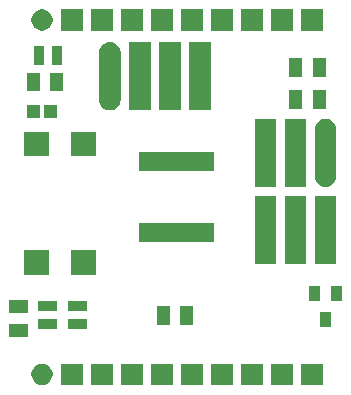
<source format=gbr>
G04 #@! TF.GenerationSoftware,KiCad,Pcbnew,(5.0.0-3-g5ebb6b6)*
G04 #@! TF.CreationDate,2019-03-01T00:57:23+03:00*
G04 #@! TF.ProjectId,mae,6D61652E6B696361645F706362000000,rev?*
G04 #@! TF.SameCoordinates,Original*
G04 #@! TF.FileFunction,Soldermask,Top*
G04 #@! TF.FilePolarity,Negative*
%FSLAX46Y46*%
G04 Gerber Fmt 4.6, Leading zero omitted, Abs format (unit mm)*
G04 Created by KiCad (PCBNEW (5.0.0-3-g5ebb6b6)) date *
%MOMM*%
%LPD*%
G01*
G04 APERTURE LIST*
%ADD10C,0.100000*%
G04 APERTURE END LIST*
D10*
G36*
X120510000Y-154900000D02*
X118710000Y-154900000D01*
X118710000Y-153100000D01*
X120510000Y-153100000D01*
X120510000Y-154900000D01*
X120510000Y-154900000D01*
G37*
G36*
X117970000Y-154900000D02*
X116170000Y-154900000D01*
X116170000Y-153100000D01*
X117970000Y-153100000D01*
X117970000Y-154900000D01*
X117970000Y-154900000D01*
G37*
G36*
X115430000Y-154900000D02*
X113630000Y-154900000D01*
X113630000Y-153100000D01*
X115430000Y-153100000D01*
X115430000Y-154900000D01*
X115430000Y-154900000D01*
G37*
G36*
X112890000Y-154900000D02*
X111090000Y-154900000D01*
X111090000Y-153100000D01*
X112890000Y-153100000D01*
X112890000Y-154900000D01*
X112890000Y-154900000D01*
G37*
G36*
X110350000Y-154900000D02*
X108550000Y-154900000D01*
X108550000Y-153100000D01*
X110350000Y-153100000D01*
X110350000Y-154900000D01*
X110350000Y-154900000D01*
G37*
G36*
X107810000Y-154900000D02*
X106010000Y-154900000D01*
X106010000Y-153100000D01*
X107810000Y-153100000D01*
X107810000Y-154900000D01*
X107810000Y-154900000D01*
G37*
G36*
X105270000Y-154900000D02*
X103470000Y-154900000D01*
X103470000Y-153100000D01*
X105270000Y-153100000D01*
X105270000Y-154900000D01*
X105270000Y-154900000D01*
G37*
G36*
X102730000Y-154900000D02*
X100930000Y-154900000D01*
X100930000Y-153100000D01*
X102730000Y-153100000D01*
X102730000Y-154900000D01*
X102730000Y-154900000D01*
G37*
G36*
X100190000Y-154900000D02*
X98390000Y-154900000D01*
X98390000Y-153100000D01*
X100190000Y-153100000D01*
X100190000Y-154900000D01*
X100190000Y-154900000D01*
G37*
G36*
X97012521Y-153134586D02*
X97176309Y-153202429D01*
X97323720Y-153300926D01*
X97449074Y-153426280D01*
X97547571Y-153573691D01*
X97615414Y-153737479D01*
X97650000Y-153911356D01*
X97650000Y-154088644D01*
X97615414Y-154262521D01*
X97547571Y-154426309D01*
X97449074Y-154573720D01*
X97323720Y-154699074D01*
X97176309Y-154797571D01*
X97012521Y-154865414D01*
X96838644Y-154900000D01*
X96661356Y-154900000D01*
X96487479Y-154865414D01*
X96323691Y-154797571D01*
X96176280Y-154699074D01*
X96050926Y-154573720D01*
X95952429Y-154426309D01*
X95884586Y-154262521D01*
X95850000Y-154088644D01*
X95850000Y-153911356D01*
X95884586Y-153737479D01*
X95952429Y-153573691D01*
X96050926Y-153426280D01*
X96176280Y-153300926D01*
X96323691Y-153202429D01*
X96487479Y-153134586D01*
X96661356Y-153100000D01*
X96838644Y-153100000D01*
X97012521Y-153134586D01*
X97012521Y-153134586D01*
G37*
G36*
X95550000Y-150800000D02*
X93950000Y-150800000D01*
X93950000Y-149700000D01*
X95550000Y-149700000D01*
X95550000Y-150800000D01*
X95550000Y-150800000D01*
G37*
G36*
X100550000Y-150175000D02*
X98950000Y-150175000D01*
X98950000Y-149325000D01*
X100550000Y-149325000D01*
X100550000Y-150175000D01*
X100550000Y-150175000D01*
G37*
G36*
X98050000Y-150175000D02*
X96450000Y-150175000D01*
X96450000Y-149325000D01*
X98050000Y-149325000D01*
X98050000Y-150175000D01*
X98050000Y-150175000D01*
G37*
G36*
X121200000Y-149950000D02*
X120300000Y-149950000D01*
X120300000Y-148750000D01*
X121200000Y-148750000D01*
X121200000Y-149950000D01*
X121200000Y-149950000D01*
G37*
G36*
X107550000Y-149800000D02*
X106450000Y-149800000D01*
X106450000Y-148200000D01*
X107550000Y-148200000D01*
X107550000Y-149800000D01*
X107550000Y-149800000D01*
G37*
G36*
X109550000Y-149800000D02*
X108450000Y-149800000D01*
X108450000Y-148200000D01*
X109550000Y-148200000D01*
X109550000Y-149800000D01*
X109550000Y-149800000D01*
G37*
G36*
X95550000Y-148800000D02*
X93950000Y-148800000D01*
X93950000Y-147700000D01*
X95550000Y-147700000D01*
X95550000Y-148800000D01*
X95550000Y-148800000D01*
G37*
G36*
X98050000Y-148675000D02*
X96450000Y-148675000D01*
X96450000Y-147825000D01*
X98050000Y-147825000D01*
X98050000Y-148675000D01*
X98050000Y-148675000D01*
G37*
G36*
X100550000Y-148675000D02*
X98950000Y-148675000D01*
X98950000Y-147825000D01*
X100550000Y-147825000D01*
X100550000Y-148675000D01*
X100550000Y-148675000D01*
G37*
G36*
X122150000Y-147750000D02*
X121250000Y-147750000D01*
X121250000Y-146550000D01*
X122150000Y-146550000D01*
X122150000Y-147750000D01*
X122150000Y-147750000D01*
G37*
G36*
X120250000Y-147750000D02*
X119350000Y-147750000D01*
X119350000Y-146550000D01*
X120250000Y-146550000D01*
X120250000Y-147750000D01*
X120250000Y-147750000D01*
G37*
G36*
X97300000Y-145550000D02*
X95200000Y-145550000D01*
X95200000Y-143450000D01*
X97300000Y-143450000D01*
X97300000Y-145550000D01*
X97300000Y-145550000D01*
G37*
G36*
X101300000Y-145550000D02*
X99200000Y-145550000D01*
X99200000Y-143450000D01*
X101300000Y-143450000D01*
X101300000Y-145550000D01*
X101300000Y-145550000D01*
G37*
G36*
X119110000Y-144690000D02*
X117310000Y-144690000D01*
X117310000Y-138890000D01*
X119110000Y-138890000D01*
X119110000Y-144690000D01*
X119110000Y-144690000D01*
G37*
G36*
X121650000Y-144690000D02*
X119850000Y-144690000D01*
X119850000Y-138890000D01*
X121650000Y-138890000D01*
X121650000Y-144690000D01*
X121650000Y-144690000D01*
G37*
G36*
X116570000Y-144690000D02*
X114770000Y-144690000D01*
X114770000Y-138890000D01*
X116570000Y-138890000D01*
X116570000Y-144690000D01*
X116570000Y-144690000D01*
G37*
G36*
X111350000Y-142800000D02*
X105000000Y-142800000D01*
X105000000Y-141200000D01*
X111350000Y-141200000D01*
X111350000Y-142800000D01*
X111350000Y-142800000D01*
G37*
G36*
X120926432Y-132363022D02*
X121096081Y-132414485D01*
X121252433Y-132498056D01*
X121389475Y-132610525D01*
X121501944Y-132747567D01*
X121585515Y-132903919D01*
X121636978Y-133073568D01*
X121650000Y-133205789D01*
X121650000Y-137294211D01*
X121636978Y-137426432D01*
X121585515Y-137596081D01*
X121501944Y-137752433D01*
X121389475Y-137889475D01*
X121252436Y-138001941D01*
X121096076Y-138085516D01*
X120926431Y-138136978D01*
X120750000Y-138154354D01*
X120573568Y-138136978D01*
X120403919Y-138085515D01*
X120247567Y-138001944D01*
X120110525Y-137889475D01*
X119998059Y-137752436D01*
X119914484Y-137596076D01*
X119863022Y-137426431D01*
X119850000Y-137294210D01*
X119850001Y-133205789D01*
X119863023Y-133073568D01*
X119914486Y-132903919D01*
X119998057Y-132747567D01*
X120110526Y-132610525D01*
X120247568Y-132498056D01*
X120403920Y-132414485D01*
X120573569Y-132363022D01*
X120750000Y-132345646D01*
X120926432Y-132363022D01*
X120926432Y-132363022D01*
G37*
G36*
X119110000Y-138150000D02*
X117310000Y-138150000D01*
X117310000Y-132350000D01*
X119110000Y-132350000D01*
X119110000Y-138150000D01*
X119110000Y-138150000D01*
G37*
G36*
X116570000Y-138150000D02*
X114770000Y-138150000D01*
X114770000Y-132350000D01*
X116570000Y-132350000D01*
X116570000Y-138150000D01*
X116570000Y-138150000D01*
G37*
G36*
X111350000Y-136800000D02*
X105000000Y-136800000D01*
X105000000Y-135200000D01*
X111350000Y-135200000D01*
X111350000Y-136800000D01*
X111350000Y-136800000D01*
G37*
G36*
X101300000Y-135550000D02*
X99200000Y-135550000D01*
X99200000Y-133450000D01*
X101300000Y-133450000D01*
X101300000Y-135550000D01*
X101300000Y-135550000D01*
G37*
G36*
X97300000Y-135550000D02*
X95200000Y-135550000D01*
X95200000Y-133450000D01*
X97300000Y-133450000D01*
X97300000Y-135550000D01*
X97300000Y-135550000D01*
G37*
G36*
X96550000Y-132300000D02*
X95450000Y-132300000D01*
X95450000Y-131200000D01*
X96550000Y-131200000D01*
X96550000Y-132300000D01*
X96550000Y-132300000D01*
G37*
G36*
X98050000Y-132300000D02*
X96950000Y-132300000D01*
X96950000Y-131200000D01*
X98050000Y-131200000D01*
X98050000Y-132300000D01*
X98050000Y-132300000D01*
G37*
G36*
X102676431Y-125863022D02*
X102846076Y-125914484D01*
X103002436Y-125998059D01*
X103139475Y-126110525D01*
X103251944Y-126247567D01*
X103335515Y-126403919D01*
X103386978Y-126573568D01*
X103400000Y-126705789D01*
X103400000Y-130794211D01*
X103386978Y-130926432D01*
X103335515Y-131096081D01*
X103251944Y-131252433D01*
X103139475Y-131389475D01*
X103002433Y-131501944D01*
X102846081Y-131585515D01*
X102676432Y-131636978D01*
X102500000Y-131654354D01*
X102323569Y-131636978D01*
X102153920Y-131585515D01*
X101997568Y-131501944D01*
X101860526Y-131389475D01*
X101748057Y-131252433D01*
X101664486Y-131096081D01*
X101613023Y-130926432D01*
X101600001Y-130794211D01*
X101600000Y-126705790D01*
X101613022Y-126573569D01*
X101664484Y-126403924D01*
X101748059Y-126247564D01*
X101860525Y-126110525D01*
X101997567Y-125998056D01*
X102153919Y-125914485D01*
X102323568Y-125863022D01*
X102500000Y-125845646D01*
X102676431Y-125863022D01*
X102676431Y-125863022D01*
G37*
G36*
X111020000Y-131650000D02*
X109220000Y-131650000D01*
X109220000Y-125850000D01*
X111020000Y-125850000D01*
X111020000Y-131650000D01*
X111020000Y-131650000D01*
G37*
G36*
X108480000Y-131650000D02*
X106680000Y-131650000D01*
X106680000Y-125850000D01*
X108480000Y-125850000D01*
X108480000Y-131650000D01*
X108480000Y-131650000D01*
G37*
G36*
X105940000Y-131650000D02*
X104140000Y-131650000D01*
X104140000Y-125850000D01*
X105940000Y-125850000D01*
X105940000Y-131650000D01*
X105940000Y-131650000D01*
G37*
G36*
X120800000Y-131550000D02*
X119700000Y-131550000D01*
X119700000Y-129950000D01*
X120800000Y-129950000D01*
X120800000Y-131550000D01*
X120800000Y-131550000D01*
G37*
G36*
X118800000Y-131550000D02*
X117700000Y-131550000D01*
X117700000Y-129950000D01*
X118800000Y-129950000D01*
X118800000Y-131550000D01*
X118800000Y-131550000D01*
G37*
G36*
X98550000Y-130050000D02*
X97450000Y-130050000D01*
X97450000Y-128450000D01*
X98550000Y-128450000D01*
X98550000Y-130050000D01*
X98550000Y-130050000D01*
G37*
G36*
X96550000Y-130050000D02*
X95450000Y-130050000D01*
X95450000Y-128450000D01*
X96550000Y-128450000D01*
X96550000Y-130050000D01*
X96550000Y-130050000D01*
G37*
G36*
X120800000Y-128800000D02*
X119700000Y-128800000D01*
X119700000Y-127200000D01*
X120800000Y-127200000D01*
X120800000Y-128800000D01*
X120800000Y-128800000D01*
G37*
G36*
X118800000Y-128800000D02*
X117700000Y-128800000D01*
X117700000Y-127200000D01*
X118800000Y-127200000D01*
X118800000Y-128800000D01*
X118800000Y-128800000D01*
G37*
G36*
X96925000Y-127800000D02*
X96075000Y-127800000D01*
X96075000Y-126200000D01*
X96925000Y-126200000D01*
X96925000Y-127800000D01*
X96925000Y-127800000D01*
G37*
G36*
X98425000Y-127800000D02*
X97575000Y-127800000D01*
X97575000Y-126200000D01*
X98425000Y-126200000D01*
X98425000Y-127800000D01*
X98425000Y-127800000D01*
G37*
G36*
X100190000Y-124900000D02*
X98390000Y-124900000D01*
X98390000Y-123100000D01*
X100190000Y-123100000D01*
X100190000Y-124900000D01*
X100190000Y-124900000D01*
G37*
G36*
X102730000Y-124900000D02*
X100930000Y-124900000D01*
X100930000Y-123100000D01*
X102730000Y-123100000D01*
X102730000Y-124900000D01*
X102730000Y-124900000D01*
G37*
G36*
X105270000Y-124900000D02*
X103470000Y-124900000D01*
X103470000Y-123100000D01*
X105270000Y-123100000D01*
X105270000Y-124900000D01*
X105270000Y-124900000D01*
G37*
G36*
X107810000Y-124900000D02*
X106010000Y-124900000D01*
X106010000Y-123100000D01*
X107810000Y-123100000D01*
X107810000Y-124900000D01*
X107810000Y-124900000D01*
G37*
G36*
X97012521Y-123134586D02*
X97176309Y-123202429D01*
X97323720Y-123300926D01*
X97449074Y-123426280D01*
X97547571Y-123573691D01*
X97615414Y-123737479D01*
X97650000Y-123911356D01*
X97650000Y-124088644D01*
X97615414Y-124262521D01*
X97547571Y-124426309D01*
X97449074Y-124573720D01*
X97323720Y-124699074D01*
X97176309Y-124797571D01*
X97012521Y-124865414D01*
X96838644Y-124900000D01*
X96661356Y-124900000D01*
X96487479Y-124865414D01*
X96323691Y-124797571D01*
X96176280Y-124699074D01*
X96050926Y-124573720D01*
X95952429Y-124426309D01*
X95884586Y-124262521D01*
X95850000Y-124088644D01*
X95850000Y-123911356D01*
X95884586Y-123737479D01*
X95952429Y-123573691D01*
X96050926Y-123426280D01*
X96176280Y-123300926D01*
X96323691Y-123202429D01*
X96487479Y-123134586D01*
X96661356Y-123100000D01*
X96838644Y-123100000D01*
X97012521Y-123134586D01*
X97012521Y-123134586D01*
G37*
G36*
X120510000Y-124900000D02*
X118710000Y-124900000D01*
X118710000Y-123100000D01*
X120510000Y-123100000D01*
X120510000Y-124900000D01*
X120510000Y-124900000D01*
G37*
G36*
X117970000Y-124900000D02*
X116170000Y-124900000D01*
X116170000Y-123100000D01*
X117970000Y-123100000D01*
X117970000Y-124900000D01*
X117970000Y-124900000D01*
G37*
G36*
X115430000Y-124900000D02*
X113630000Y-124900000D01*
X113630000Y-123100000D01*
X115430000Y-123100000D01*
X115430000Y-124900000D01*
X115430000Y-124900000D01*
G37*
G36*
X110350000Y-124900000D02*
X108550000Y-124900000D01*
X108550000Y-123100000D01*
X110350000Y-123100000D01*
X110350000Y-124900000D01*
X110350000Y-124900000D01*
G37*
G36*
X112890000Y-124900000D02*
X111090000Y-124900000D01*
X111090000Y-123100000D01*
X112890000Y-123100000D01*
X112890000Y-124900000D01*
X112890000Y-124900000D01*
G37*
M02*

</source>
